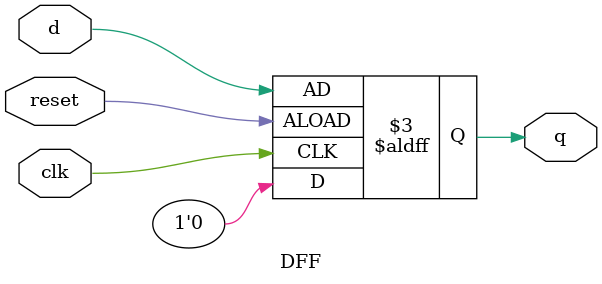
<source format=v>
module DFF(clk, d, reset, q);
input d, clk, reset;
output reg q;

initial begin
	q <= 1'b0;
end

always@(posedge clk or negedge reset)
	if(reset)
 		q <= 1'b0;
	else
		q <= d;

endmodule

</source>
